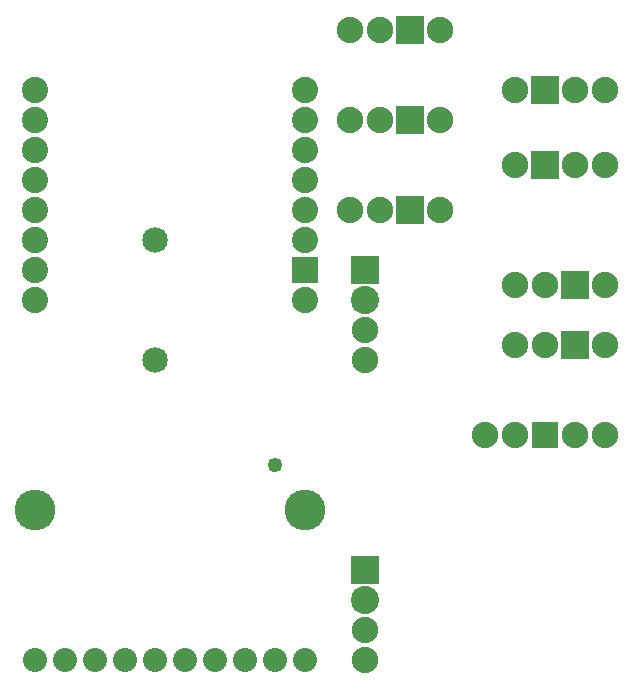
<source format=gts>
G04 MADE WITH FRITZING*
G04 WWW.FRITZING.ORG*
G04 DOUBLE SIDED*
G04 HOLES PLATED*
G04 CONTOUR ON CENTER OF CONTOUR VECTOR*
%ASAXBY*%
%FSLAX23Y23*%
%MOIN*%
%OFA0B0*%
%SFA1.0B1.0*%
%ADD10C,0.135984*%
%ADD11C,0.080000*%
%ADD12C,0.088000*%
%ADD13C,0.094141*%
%ADD14C,0.085000*%
%ADD15C,0.087778*%
%ADD16C,0.049370*%
%ADD17R,0.093333X0.093333*%
%ADD18R,0.094375X0.094375*%
%ADD19R,0.087778X0.087778*%
%ADD20R,0.088000X0.088000*%
%LNMASK1*%
G90*
G70*
G54D10*
X356Y647D03*
X1256Y647D03*
G54D11*
X1256Y146D03*
X1156Y146D03*
X1056Y146D03*
X956Y146D03*
X856Y146D03*
X756Y146D03*
X656Y146D03*
X556Y146D03*
X456Y146D03*
X356Y146D03*
G54D12*
X1456Y446D03*
G54D13*
X1456Y346D03*
G54D12*
X1456Y246D03*
X1456Y146D03*
G54D14*
X756Y1547D03*
X756Y1147D03*
G54D12*
X1956Y1797D03*
G54D13*
X2056Y1797D03*
G54D12*
X2156Y1797D03*
X2256Y1797D03*
X1956Y2047D03*
G54D13*
X2056Y2047D03*
G54D12*
X2156Y2047D03*
X2256Y2047D03*
X2256Y1397D03*
G54D13*
X2156Y1397D03*
G54D12*
X2056Y1397D03*
X1956Y1397D03*
X1706Y1946D03*
G54D13*
X1606Y1946D03*
G54D12*
X1506Y1946D03*
X1406Y1946D03*
X1706Y1646D03*
G54D13*
X1606Y1646D03*
G54D12*
X1506Y1646D03*
X1406Y1646D03*
X1706Y2246D03*
G54D13*
X1606Y2246D03*
G54D12*
X1506Y2246D03*
X1406Y2246D03*
X2256Y1197D03*
G54D13*
X2156Y1197D03*
G54D12*
X2056Y1197D03*
X1956Y1197D03*
X1456Y1447D03*
G54D13*
X1456Y1347D03*
G54D12*
X1456Y1247D03*
X1456Y1147D03*
G54D15*
X356Y2047D03*
X356Y1947D03*
X356Y1847D03*
X356Y1747D03*
X356Y1647D03*
X356Y1547D03*
X356Y1447D03*
X356Y1347D03*
X1256Y1347D03*
X1256Y1447D03*
X1256Y1547D03*
X1256Y1647D03*
X1256Y1747D03*
X1256Y1847D03*
X1256Y1947D03*
X1256Y2047D03*
G54D12*
X2256Y897D03*
X2156Y897D03*
X2056Y897D03*
X1956Y897D03*
X1856Y897D03*
G54D16*
X1156Y797D03*
G54D17*
X1456Y446D03*
G54D18*
X2056Y1797D03*
X2056Y2047D03*
X2155Y1397D03*
X1606Y1946D03*
X1606Y1646D03*
X1606Y2246D03*
X2155Y1197D03*
G54D17*
X1456Y1447D03*
G54D19*
X1256Y1447D03*
G54D20*
X2056Y897D03*
G04 End of Mask1*
M02*
</source>
